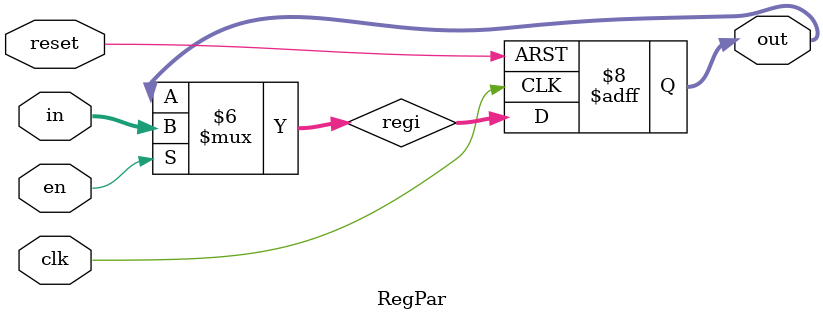
<source format=v>
`timescale 1ns / 1ps


module RegPar#(parameter N = 32)(
input wire clk,reset,
input wire en, 
input wire [N-1:0]in,
output reg [N-1:0]out
);
reg [N-1:0]regi;

always @(posedge clk, posedge reset)
if(reset==1'b1)out<={N{1'b0}};
else out<=regi;

always @(in,en,out)
if(en==1'b1)regi=in;
else regi=out; 
endmodule

</source>
